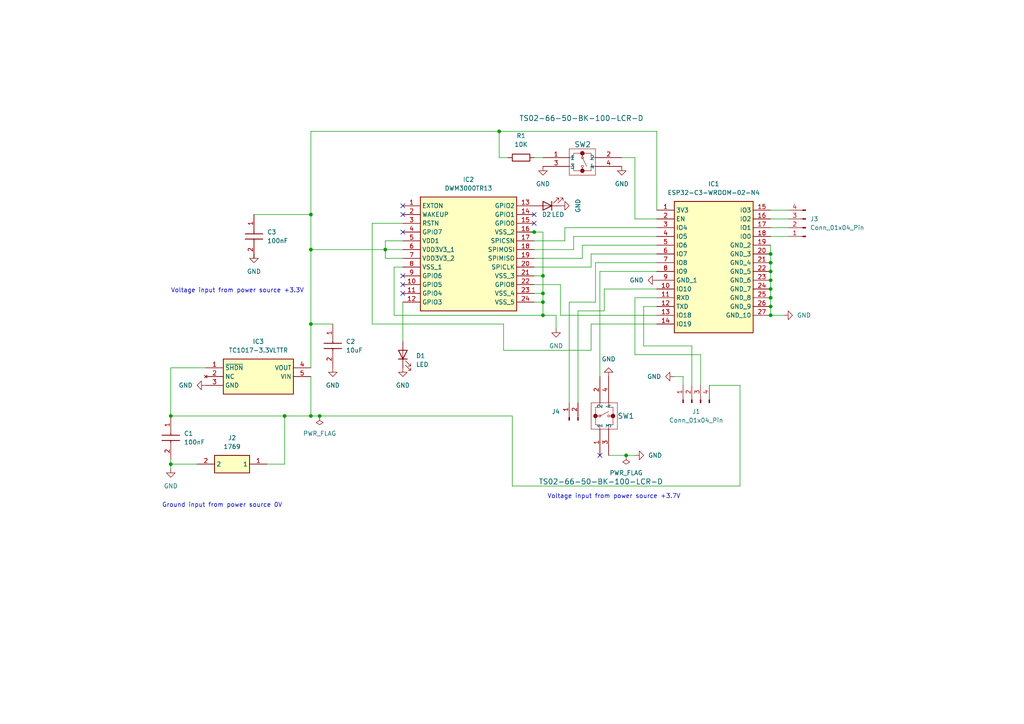
<source format=kicad_sch>
(kicad_sch (version 20230121) (generator eeschema)
  (paper "A4")
  (title_block (title "SDP Team 8 PCB") (date "2025-02-03") (rev "v2") (company "UMass ECE") (comment 1 "Authors: Huy Tran, Jacob Glenn, Brian Tan, Kendrick Ong"))
  (lib_symbols
    (symbol "1769:1769"
      (property "Reference" "J" (at 16.51 7.62 0))
      (property "Value" "1769" (at 16.51 5.08 0))
      (symbol "1769_1_1"
        (rectangle (start 5.08 2.54) (end 15.24 -2.54) (stroke (width 0.254)) (fill (type background)))
        (pin passive line (at 0 0 0) (length 5.08) (name "1") (number "1"))
        (pin passive line (at 20.32 0 180) (length 5.08) (name "2") (number "2"))
      )
    )
    (symbol "6mm_push_button:TS02-66-50-BK-100-LCR-D" (pin_names (offset 0.254))
      (property "Reference" "SW2" (at 13.97 3.81 0))
      (symbol "TS02-66-50-BK-100-LCR-D_0_1"
        (polyline (pts (xy 7.62 -5.08) (xy 15.24 -5.08)) (stroke (width 0.127)))
        (polyline (pts (xy 7.62 -2.54) (xy 8.89 -2.54)) (stroke (width 0.127)))
        (polyline (pts (xy 7.62 0) (xy 8.89 0)) (stroke (width 0.127)))
        (polyline (pts (xy 7.62 2.54) (xy 7.62 -5.08)) (stroke (width 0.127)))
        (polyline (pts (xy 8.89 -3.81) (xy 13.97 -3.81)) (stroke (width 0.127)))
        (polyline (pts (xy 8.89 -2.54) (xy 8.89 -3.81)) (stroke (width 0.127)))
        (polyline (pts (xy 8.89 0) (xy 8.89 1.27)) (stroke (width 0.127)))
        (polyline (pts (xy 8.89 1.27) (xy 13.97 1.27)) (stroke (width 0.127)))
        (polyline (pts (xy 11.43 -2.8448) (xy 11.43 -3.81)) (stroke (width 0.127)))
        (polyline (pts (xy 11.43 0) (xy 12.7 -2.54)) (stroke (width 0.127)))
        (polyline (pts (xy 11.43 0.3175) (xy 11.43 1.27)) (stroke (width 0.127)))
        (polyline (pts (xy 13.97 -3.81) (xy 13.97 -2.54)) (stroke (width 0.127)))
        (polyline (pts (xy 13.97 -2.54) (xy 15.24 -2.54)) (stroke (width 0.127)))
        (polyline (pts (xy 13.97 0) (xy 15.24 0)) (stroke (width 0.127)))
        (polyline (pts (xy 13.97 1.27) (xy 13.97 0)) (stroke (width 0.127)))
        (polyline (pts (xy 15.24 -5.08) (xy 15.24 2.54)) (stroke (width 0.127)))
        (polyline (pts (xy 15.24 2.54) (xy 7.62 2.54)) (stroke (width 0.127)))
        (circle (center 11.43 -3.81) (radius 0.127) (stroke (width 0.508)))
        (circle (center 11.43 -2.54) (radius 0.3048) (stroke (width 0.127)))
        (circle (center 11.43 0) (radius 0.3048) (stroke (width 0.127)))
        (circle (center 11.43 1.27) (radius 0.127) (stroke (width 0.508)))
      )
      (symbol "TS02-66-50-BK-100-LCR-D_1_1"
        (pin passive line (at 0 0 0) (length 7.62) (name "1") (number "1"))
        (pin passive line (at 22.86 0 180) (length 7.62) (name "2") (number "2"))
        (pin power_in line (at 0 -2.54 0) (length 7.62) (name "3") (number "3"))
        (pin power_in line (at 22.86 -2.54 180) (length 7.62) (name "4") (number "4"))
      )
    )
    (symbol "Connector:Conn_01x02_Pin" (pin_names (offset 1.016) hide)
      (property "Reference" "J" (at 0 2.54 0))
      (property "Value" "Conn_01x02_Pin" (at 0 -5.08 0))
      (symbol "Conn_01x02_Pin_1_1"
        (polyline (pts (xy 1.27 -2.54) (xy 0.8636 -2.54)) (stroke (width 0.1524)))
        (polyline (pts (xy 1.27 0) (xy 0.8636 0)) (stroke (width 0.1524)))
        (rectangle (start 0.8636 -2.413) (end 0 -2.667) (stroke (width 0.1524)) (fill (type outline)))
        (rectangle (start 0.8636 0.127) (end 0 -0.127) (stroke (width 0.1524)) (fill (type outline)))
        (pin passive line (at 5.08 0 180) (length 3.81) (name "Pin_1") (number "1"))
        (pin passive line (at 5.08 -2.54 180) (length 3.81) (name "Pin_2") (number "2"))
      )
    )
    (symbol "Connector:Conn_01x04_Pin" (pin_names (offset 1.016) hide)
      (property "Reference" "J" (at 0 5.08 0))
      (property "Value" "Conn_01x04_Pin" (at 0 -7.62 0))
      (symbol "Conn_01x04_Pin_1_1"
        (polyline (pts (xy 1.27 -5.08) (xy 0.8636 -5.08)) (stroke (width 0.1524)))
        (polyline (pts (xy 1.27 -2.54) (xy 0.8636 -2.54)) (stroke (width 0.1524)))
        (polyline (pts (xy 1.27 0) (xy 0.8636 0)) (stroke (width 0.1524)))
        (polyline (pts (xy 1.27 2.54) (xy 0.8636 2.54)) (stroke (width 0.1524)))
        (rectangle (start 0.8636 -4.953) (end 0 -5.207) (stroke (width 0.1524)) (fill (type outline)))
        (rectangle (start 0.8636 -2.413) (end 0 -2.667) (stroke (width 0.1524)) (fill (type outline)))
        (rectangle (start 0.8636 0.127) (end 0 -0.127) (stroke (width 0.1524)) (fill (type outline)))
        (rectangle (start 0.8636 2.667) (end 0 2.413) (stroke (width 0.1524)) (fill (type outline)))
        (pin passive line (at 5.08 2.54 180) (length 3.81) (name "Pin_1") (number "1"))
        (pin passive line (at 5.08 0 180) (length 3.81) (name "Pin_2") (number "2"))
        (pin passive line (at 5.08 -2.54 180) (length 3.81) (name "Pin_3") (number "3"))
        (pin passive line (at 5.08 -5.08 180) (length 3.81) (name "Pin_4") (number "4"))
      )
    )
    (symbol "DWM3000TR13:DWM3000TR13"
      (property "Reference" "IC2" (at 19.05 7.62 0))
      (property "Value" "DWM3000TR13" (at 19.05 5.08 0))
      (symbol "DWM3000TR13_1_1"
        (rectangle (start 5.08 2.54) (end 33.02 -30.48) (stroke (width 0.254)) (fill (type background)))
        (pin passive line (at 0 0 0) (length 5.08) (name "EXTON") (number "1"))
        (pin passive line (at 0 -22.86 0) (length 5.08) (name "GPIO5") (number "10"))
        (pin passive line (at 0 -25.4 0) (length 5.08) (name "GPIO4") (number "11"))
        (pin passive line (at 0 -27.94 0) (length 5.08) (name "GPIO3") (number "12"))
        (pin passive line (at 38.1 0 180) (length 5.08) (name "GPIO2") (number "13"))
        (pin passive line (at 38.1 -2.54 180) (length 5.08) (name "GPIO1") (number "14"))
        (pin passive line (at 38.1 -5.08 180) (length 5.08) (name "GPIO0") (number "15"))
        (pin power_in line (at 38.1 -7.62 180) (length 5.08) (name "VSS_2") (number "16"))
        (pin passive line (at 38.1 -10.16 180) (length 5.08) (name "SPICSN") (number "17"))
        (pin passive line (at 38.1 -12.7 180) (length 5.08) (name "SPIMOSI") (number "18"))
        (pin passive line (at 38.1 -15.24 180) (length 5.08) (name "SPIMISO") (number "19"))
        (pin passive line (at 0 -2.54 0) (length 5.08) (name "WAKEUP") (number "2"))
        (pin passive line (at 38.1 -17.78 180) (length 5.08) (name "SPICLK") (number "20"))
        (pin power_in line (at 38.1 -20.32 180) (length 5.08) (name "VSS_3") (number "21"))
        (pin passive line (at 38.1 -22.86 180) (length 5.08) (name "GPIO8") (number "22"))
        (pin power_in line (at 38.1 -25.4 180) (length 5.08) (name "VSS_4") (number "23"))
        (pin power_in line (at 38.1 -27.94 180) (length 5.08) (name "VSS_5") (number "24"))
        (pin passive line (at 0 -5.08 0) (length 5.08) (name "RSTN") (number "3"))
        (pin passive line (at 0 -7.62 0) (length 5.08) (name "GPIO7") (number "4"))
        (pin passive line (at 0 -10.16 0) (length 5.08) (name "VDD1") (number "5"))
        (pin passive line (at 0 -12.7 0) (length 5.08) (name "VDD3V3_1") (number "6"))
        (pin passive line (at 0 -15.24 0) (length 5.08) (name "VDD3V3_2") (number "7"))
        (pin passive line (at 0 -17.78 0) (length 5.08) (name "VSS_1") (number "8"))
        (pin passive line (at 0 -20.32 0) (length 5.08) (name "GPIO6") (number "9"))
      )
    )
    (symbol "Device:LED" (pin_numbers hide) (pin_names (offset 1.016) hide)
      (property "Reference" "D" (at 0 2.54 0))
      (property "Value" "LED" (at 0 -2.54 0))
      (symbol "LED_0_1"
        (polyline (pts (xy -1.27 -1.27) (xy -1.27 1.27)) (stroke (width 0.254)))
        (polyline (pts (xy -1.27 0) (xy 1.27 0)))
        (polyline (pts (xy 1.27 -1.27) (xy 1.27 1.27) (xy -1.27 0) (xy 1.27 -1.27)) (stroke (width 0.254)))
        (polyline (pts (xy -3.048 -0.762) (xy -4.572 -2.286) (xy -3.81 -2.286) (xy -4.572 -2.286) (xy -4.572 -1.524)))
        (polyline (pts (xy -1.778 -0.762) (xy -3.302 -2.286) (xy -2.54 -2.286) (xy -3.302 -2.286) (xy -3.302 -1.524)))
      )
      (symbol "LED_1_1"
        (pin passive line (at -3.81 0 0) (length 2.54) (name "K") (number "1"))
        (pin passive line (at 3.81 0 180) (length 2.54) (name "A") (number "2"))
      )
    )
    (symbol "Device:R" (pin_numbers hide) (pin_names (offset 0))
      (property "Reference" "R" (at 2.032 0 90))
      (property "Value" "R" (at 0 0 90))
      (symbol "R_0_1"
        (rectangle (start -1.016 -2.54) (end 1.016 2.54) (stroke (width 0.254)))
      )
      (symbol "R_1_1"
        (pin passive line (at 0 3.81 270) (length 1.27) (name "~") (number "1"))
        (pin passive line (at 0 -3.81 90) (length 1.27) (name "~") (number "2"))
      )
    )
    (symbol "ESP32-C3-WROOM-02-N4:ESP32-C3-WROOM-02-N4"
      (property "Reference" "IC" (at 29.21 7.62 0))
      (property "Value" "ESP32-C3-WROOM-02-N4" (at 29.21 5.08 0))
      (symbol "ESP32-C3-WROOM-02-N4_1_1"
        (rectangle (start 5.08 2.54) (end 27.94 -35.56) (stroke (width 0.254)) (fill (type background)))
        (pin passive line (at 0 0 0) (length 5.08) (name "3V3") (number "1"))
        (pin passive line (at 0 -22.86 0) (length 5.08) (name "IO10") (number "10"))
        (pin passive line (at 0 -25.4 0) (length 5.08) (name "RXD") (number "11"))
        (pin passive line (at 0 -27.94 0) (length 5.08) (name "TXD") (number "12"))
        (pin passive line (at 0 -30.48 0) (length 5.08) (name "IO18") (number "13"))
        (pin passive line (at 0 -33.02 0) (length 5.08) (name "IO19") (number "14"))
        (pin passive line (at 33.02 0 180) (length 5.08) (name "IO3") (number "15"))
        (pin passive line (at 33.02 -2.54 180) (length 5.08) (name "IO2") (number "16"))
        (pin passive line (at 33.02 -5.08 180) (length 5.08) (name "IO1") (number "17"))
        (pin passive line (at 33.02 -7.62 180) (length 5.08) (name "IO0") (number "18"))
        (pin passive line (at 33.02 -10.16 180) (length 5.08) (name "GND_2") (number "19"))
        (pin passive line (at 0 -2.54 0) (length 5.08) (name "EN") (number "2"))
        (pin passive line (at 33.02 -12.7 180) (length 5.08) (name "GND_3") (number "20"))
        (pin passive line (at 33.02 -15.24 180) (length 5.08) (name "GND_4") (number "21"))
        (pin passive line (at 33.02 -17.78 180) (length 5.08) (name "GND_5") (number "22"))
        (pin passive line (at 33.02 -20.32 180) (length 5.08) (name "GND_6") (number "23"))
        (pin passive line (at 33.02 -22.86 180) (length 5.08) (name "GND_7") (number "24"))
        (pin passive line (at 33.02 -25.4 180) (length 5.08) (name "GND_8") (number "25"))
        (pin passive line (at 33.02 -27.94 180) (length 5.08) (name "GND_9") (number "26"))
        (pin passive line (at 33.02 -30.48 180) (length 5.08) (name "GND_10") (number "27"))
        (pin passive line (at 0 -5.08 0) (length 5.08) (name "IO4") (number "3"))
        (pin passive line (at 0 -7.62 0) (length 5.08) (name "IO5") (number "4"))
        (pin passive line (at 0 -10.16 0) (length 5.08) (name "IO6") (number "5"))
        (pin passive line (at 0 -12.7 0) (length 5.08) (name "IO7") (number "6"))
        (pin passive line (at 0 -15.24 0) (length 5.08) (name "IO8") (number "7"))
        (pin passive line (at 0 -17.78 0) (length 5.08) (name "IO9") (number "8"))
        (pin passive line (at 0 -20.32 0) (length 5.08) (name "GND_1") (number "9"))
      )
    )
    (symbol "GCM21BD70J106KE02L:GCM21BD70J106KE02L" (pin_names hide)
      (property "Reference" "C" (at 8.89 6.35 0))
      (property "Value" "GCM21BD70J106KE02L" (at 8.89 3.81 0))
      (symbol "GCM21BD70J106KE02L_1_1"
        (polyline (pts (xy 5.08 0) (xy 5.588 0)) (stroke (width 0.254)))
        (polyline (pts (xy 5.588 2.54) (xy 5.588 -2.54)) (stroke (width 0.254)))
        (polyline (pts (xy 7.112 0) (xy 7.62 0)) (stroke (width 0.254)))
        (polyline (pts (xy 7.112 2.54) (xy 7.112 -2.54)) (stroke (width 0.254)))
        (pin passive line (at 0 0 0) (length 5.08) (name "1") (number "1"))
        (pin passive line (at 12.7 0 180) (length 5.08) (name "2") (number "2"))
      )
    )
    (symbol "KAM21BR71H104JT:KAM21BR71H104JT" (pin_names hide)
      (property "Reference" "C" (at 8.89 6.35 0))
      (property "Value" "KAM21BR71H104JT" (at 8.89 3.81 0))
      (symbol "KAM21BR71H104JT_1_1"
        (polyline (pts (xy 5.08 0) (xy 5.588 0)) (stroke (width 0.254)))
        (polyline (pts (xy 5.588 2.54) (xy 5.588 -2.54)) (stroke (width 0.254)))
        (polyline (pts (xy 7.112 0) (xy 7.62 0)) (stroke (width 0.254)))
        (polyline (pts (xy 7.112 2.54) (xy 7.112 -2.54)) (stroke (width 0.254)))
        (pin passive line (at 0 0 0) (length 5.08) (name "1") (number "1"))
        (pin passive line (at 12.7 0 180) (length 5.08) (name "2") (number "2"))
      )
    )
    (symbol "TC1017-3_3VLTTR:TC1017-3.3VLTTR"
      (property "Reference" "IC3" (at 15.24 7.62 0))
      (property "Value" "TC1017-3.3VLTTR" (at 15.24 5.08 0))
      (symbol "TC1017-3.3VLTTR_1_1"
        (rectangle (start 5.08 2.54) (end 25.4 -7.62) (stroke (width 0.254)) (fill (type background)))
        (pin passive line (at 0 0 0) (length 5.08) (name "~{SHDN}") (number "1"))
        (pin no_connect line (at 0 -2.54 0) (length 5.08) (name "NC") (number "2"))
        (pin power_in line (at 0 -5.08 0) (length 5.08) (name "GND") (number "3"))
        (pin power_out line (at 30.48 0 180) (length 5.08) (name "VOUT") (number "4"))
        (pin power_in line (at 30.48 -2.54 180) (length 5.08) (name "VIN") (number "5"))
      )
    )
    (symbol "TS02-66-50-BK-100-LCR-D_1" (pin_names (offset 0.254))
      (symbol "TS02-66-50-BK-100-LCR-D_1_0_1"
        (polyline (pts (xy 7.62 -5.08) (xy 15.24 -5.08)) (stroke (width 0.127)))
        (polyline (pts (xy 7.62 -2.54) (xy 8.89 -2.54)) (stroke (width 0.127)))
        (polyline (pts (xy 7.62 0) (xy 8.89 0)) (stroke (width 0.127)))
        (polyline (pts (xy 7.62 2.54) (xy 7.62 -5.08)) (stroke (width 0.127)))
        (polyline (pts (xy 8.89 -3.81) (xy 13.97 -3.81)) (stroke (width 0.127)))
        (polyline (pts (xy 8.89 -2.54) (xy 8.89 -3.81)) (stroke (width 0.127)))
        (polyline (pts (xy 8.89 0) (xy 8.89 1.27)) (stroke (width 0.127)))
        (polyline (pts (xy 8.89 1.27) (xy 13.97 1.27)) (stroke (width 0.127)))
        (polyline (pts (xy 11.43 -2.8448) (xy 11.43 -3.81)) (stroke (width 0.127)))
        (polyline (pts (xy 11.43 0) (xy 12.7 -2.54)) (stroke (width 0.127)))
        (polyline (pts (xy 11.43 0.3175) (xy 11.43 1.27)) (stroke (width 0.127)))
        (polyline (pts (xy 13.97 -3.81) (xy 13.97 -2.54)) (stroke (width 0.127)))
        (polyline (pts (xy 13.97 -2.54) (xy 15.24 -2.54)) (stroke (width 0.127)))
        (polyline (pts (xy 13.97 0) (xy 15.24 0)) (stroke (width 0.127)))
        (polyline (pts (xy 13.97 1.27) (xy 13.97 0)) (stroke (width 0.127)))
        (polyline (pts (xy 15.24 -5.08) (xy 15.24 2.54)) (stroke (width 0.127)))
        (polyline (pts (xy 15.24 2.54) (xy 7.62 2.54)) (stroke (width 0.127)))
        (circle (center 11.43 -3.81) (radius 0.127) (stroke (width 0.508)))
        (circle (center 11.43 -2.54) (radius 0.3048) (stroke (width 0.127)))
        (circle (center 11.43 0) (radius 0.3048) (stroke (width 0.127)))
        (circle (center 11.43 1.27) (radius 0.127) (stroke (width 0.508)))
      )
      (symbol "TS02-66-50-BK-100-LCR-D_1_1_1"
        (pin input line (at 0 0 0) (length 7.62) (name "1") (number "1"))
        (pin input line (at 22.86 0 180) (length 7.62) (name "2") (number "2"))
        (pin power_in line (at 0 -2.54 0) (length 7.62) (name "3") (number "3"))
        (pin power_in line (at 22.86 -2.54 180) (length 7.62) (name "4") (number "4"))
      )
    )
    (symbol "power:GND" (power) (pin_names (offset 0))
      (property "Value" "GND" (at 0 -3.81 0))
      (symbol "GND_0_1"
        (polyline (pts (xy 0 0) (xy 0 -1.27) (xy 1.27 -1.27) (xy 0 -2.54) (xy -1.27 -1.27) (xy 0 -1.27)))
      )
      (symbol "GND_1_1"
        (pin power_in line (at 0 0 270) (length 0) hide (name "GND") (number "1"))
      )
    )
    (symbol "power:PWR_FLAG" (power) (pin_numbers hide) (pin_names (offset 0) hide)
      (property "Value" "PWR_FLAG" (at 0 3.81 0))
      (symbol "PWR_FLAG_0_0"
        (pin power_out line (at 0 0 90) (length 0) (name "pwr") (number "1"))
      )
      (symbol "PWR_FLAG_0_1"
        (polyline (pts (xy 0 0) (xy 0 1.27) (xy -1.016 1.905) (xy 0 2.54) (xy 1.016 1.905) (xy 0 1.27)))
      )
    )
  )
  (junction (at 82.55 120.65))
  (junction (at 49.53 120.65))
  (junction (at 157.48 85.09))
  (junction (at 111.76 72.39))
  (junction (at 223.52 83.82))
  (junction (at 157.48 91.44))
  (junction (at 49.53 134.62))
  (junction (at 223.52 73.66))
  (junction (at 223.52 88.9))
  (junction (at 90.17 72.39))
  (junction (at 157.48 87.63))
  (junction (at 154.94 67.31))
  (junction (at 223.52 76.2))
  (junction (at 92.71 120.65))
  (junction (at 223.52 81.28))
  (junction (at 90.17 62.23))
  (junction (at 157.48 80.01))
  (junction (at 223.52 91.44))
  (junction (at 223.52 86.36))
  (junction (at 181.61 132.08))
  (junction (at 223.52 78.74))
  (junction (at 144.78 38.1))
  (junction (at 90.17 120.65))
  (junction (at 90.17 93.98))
  (no_connect (at 116.84 62.23))
  (no_connect (at 154.94 62.23))
  (no_connect (at 116.84 67.31))
  (no_connect (at 116.84 82.55))
  (no_connect (at 116.84 59.69))
  (no_connect (at 116.84 85.09))
  (no_connect (at 154.94 64.77))
  (no_connect (at 116.84 80.01))
  (no_connect (at 173.99 132.08))
  (wire (pts (xy 154.94 80.01) (xy 157.48 80.01)))
  (wire (pts (xy 172.72 76.2) (xy 172.72 87.63)))
  (wire (pts (xy 114.3 77.47) (xy 114.3 91.44)))
  (wire (pts (xy 154.94 72.39) (xy 166.37 72.39)))
  (wire (pts (xy 161.29 91.44) (xy 157.48 91.44)))
  (wire (pts (xy 116.84 87.63) (xy 116.84 99.06)))
  (wire (pts (xy 200.66 100.33) (xy 200.66 111.76)))
  (wire (pts (xy 186.69 88.9) (xy 186.69 100.33)))
  (wire (pts (xy 181.61 132.08) (xy 184.15 132.08)))
  (wire (pts (xy 157.48 87.63) (xy 157.48 91.44)))
  (wire (pts (xy 49.53 134.62) (xy 57.15 134.62)))
  (wire (pts (xy 111.76 72.39) (xy 116.84 72.39)))
  (wire (pts (xy 190.5 38.1) (xy 190.5 60.96)))
  (wire (pts (xy 173.99 78.74) (xy 173.99 109.22)))
  (wire (pts (xy 116.84 64.77) (xy 107.95 64.77)))
  (wire (pts (xy 163.83 66.04) (xy 190.5 66.04)))
  (wire (pts (xy 171.45 93.98) (xy 190.5 93.98)))
  (wire (pts (xy 154.94 45.72) (xy 157.48 45.72)))
  (wire (pts (xy 49.53 135.89) (xy 49.53 134.62)))
  (wire (pts (xy 167.64 90.17) (xy 167.64 116.84)))
  (wire (pts (xy 49.53 106.68) (xy 49.53 120.65)))
  (wire (pts (xy 190.5 88.9) (xy 186.69 88.9)))
  (wire (pts (xy 223.52 83.82) (xy 223.52 86.36)))
  (wire (pts (xy 154.94 87.63) (xy 157.48 87.63)))
  (wire (pts (xy 157.48 67.31) (xy 157.48 80.01)))
  (wire (pts (xy 146.05 101.6) (xy 171.45 101.6)))
  (wire (pts (xy 223.52 91.44) (xy 227.33 91.44)))
  (wire (pts (xy 157.48 85.09) (xy 157.48 87.63)))
  (wire (pts (xy 223.52 88.9) (xy 223.52 91.44)))
  (wire (pts (xy 223.52 60.96) (xy 228.6 60.96)))
  (wire (pts (xy 168.91 71.12) (xy 190.5 71.12)))
  (wire (pts (xy 190.5 78.74) (xy 173.99 78.74)))
  (wire (pts (xy 190.5 86.36) (xy 184.15 86.36)))
  (wire (pts (xy 176.53 132.08) (xy 181.61 132.08)))
  (wire (pts (xy 171.45 73.66) (xy 190.5 73.66)))
  (wire (pts (xy 223.52 68.58) (xy 228.6 68.58)))
  (wire (pts (xy 223.52 81.28) (xy 223.52 83.82)))
  (wire (pts (xy 90.17 120.65) (xy 92.71 120.65)))
  (wire (pts (xy 154.94 69.85) (xy 163.83 69.85)))
  (wire (pts (xy 114.3 91.44) (xy 157.48 91.44)))
  (wire (pts (xy 180.34 45.72) (xy 184.15 45.72)))
  (wire (pts (xy 90.17 93.98) (xy 96.52 93.98)))
  (wire (pts (xy 90.17 72.39) (xy 90.17 93.98)))
  (wire (pts (xy 184.15 102.87) (xy 203.2 102.87)))
  (wire (pts (xy 144.78 38.1) (xy 144.78 45.72)))
  (wire (pts (xy 116.84 69.85) (xy 111.76 69.85)))
  (wire (pts (xy 214.63 140.97) (xy 214.63 111.76)))
  (wire (pts (xy 171.45 101.6) (xy 171.45 93.98)))
  (wire (pts (xy 166.37 72.39) (xy 166.37 68.58)))
  (wire (pts (xy 92.71 120.65) (xy 148.59 120.65)))
  (wire (pts (xy 223.52 86.36) (xy 223.52 88.9)))
  (wire (pts (xy 203.2 102.87) (xy 203.2 111.76)))
  (wire (pts (xy 144.78 38.1) (xy 190.5 38.1)))
  (wire (pts (xy 90.17 62.23) (xy 90.17 72.39)))
  (wire (pts (xy 223.52 63.5) (xy 228.6 63.5)))
  (wire (pts (xy 171.45 77.47) (xy 171.45 73.66)))
  (wire (pts (xy 154.94 85.09) (xy 157.48 85.09)))
  (wire (pts (xy 146.05 93.98) (xy 146.05 101.6)))
  (wire (pts (xy 223.52 73.66) (xy 223.52 76.2)))
  (wire (pts (xy 223.52 78.74) (xy 223.52 81.28)))
  (wire (pts (xy 144.78 45.72) (xy 147.32 45.72)))
  (wire (pts (xy 90.17 109.22) (xy 90.17 120.65)))
  (wire (pts (xy 90.17 38.1) (xy 144.78 38.1)))
  (wire (pts (xy 49.53 120.65) (xy 82.55 120.65)))
  (wire (pts (xy 184.15 63.5) (xy 190.5 63.5)))
  (wire (pts (xy 175.26 83.82) (xy 190.5 83.82)))
  (wire (pts (xy 184.15 45.72) (xy 184.15 63.5)))
  (wire (pts (xy 154.94 77.47) (xy 171.45 77.47)))
  (wire (pts (xy 114.3 77.47) (xy 116.84 77.47)))
  (wire (pts (xy 90.17 38.1) (xy 90.17 62.23)))
  (wire (pts (xy 166.37 68.58) (xy 190.5 68.58)))
  (wire (pts (xy 168.91 74.93) (xy 168.91 71.12)))
  (wire (pts (xy 154.94 74.93) (xy 168.91 74.93)))
  (wire (pts (xy 195.58 109.22) (xy 198.12 109.22)))
  (wire (pts (xy 77.47 134.62) (xy 82.55 134.62)))
  (wire (pts (xy 107.95 93.98) (xy 146.05 93.98)))
  (wire (pts (xy 223.52 66.04) (xy 228.6 66.04)))
  (wire (pts (xy 148.59 120.65) (xy 148.59 140.97)))
  (wire (pts (xy 154.94 67.31) (xy 157.48 67.31)))
  (wire (pts (xy 82.55 120.65) (xy 82.55 134.62)))
  (wire (pts (xy 161.29 91.44) (xy 161.29 95.25)))
  (wire (pts (xy 116.84 74.93) (xy 111.76 74.93)))
  (wire (pts (xy 73.66 62.23) (xy 90.17 62.23)))
  (wire (pts (xy 214.63 111.76) (xy 205.74 111.76)))
  (wire (pts (xy 111.76 74.93) (xy 111.76 72.39)))
  (wire (pts (xy 175.26 90.17) (xy 175.26 83.82)))
  (wire (pts (xy 153.67 67.31) (xy 154.94 67.31)))
  (wire (pts (xy 90.17 72.39) (xy 111.76 72.39)))
  (wire (pts (xy 82.55 120.65) (xy 90.17 120.65)))
  (wire (pts (xy 49.53 134.62) (xy 49.53 133.35)))
  (wire (pts (xy 223.52 71.12) (xy 223.52 73.66)))
  (wire (pts (xy 111.76 69.85) (xy 111.76 72.39)))
  (wire (pts (xy 107.95 64.77) (xy 107.95 93.98)))
  (wire (pts (xy 73.66 74.93) (xy 73.66 73.66)))
  (wire (pts (xy 165.1 87.63) (xy 165.1 116.84)))
  (wire (pts (xy 90.17 93.98) (xy 90.17 106.68)))
  (wire (pts (xy 172.72 87.63) (xy 165.1 87.63)))
  (wire (pts (xy 162.56 91.44) (xy 190.5 91.44)))
  (wire (pts (xy 190.5 76.2) (xy 172.72 76.2)))
  (wire (pts (xy 163.83 69.85) (xy 163.83 66.04)))
  (wire (pts (xy 154.94 82.55) (xy 162.56 82.55)))
  (wire (pts (xy 198.12 109.22) (xy 198.12 111.76)))
  (wire (pts (xy 157.48 80.01) (xy 157.48 85.09)))
  (wire (pts (xy 167.64 90.17) (xy 175.26 90.17)))
  (wire (pts (xy 186.69 100.33) (xy 200.66 100.33)))
  (wire (pts (xy 148.59 140.97) (xy 214.63 140.97)))
  (wire (pts (xy 223.52 76.2) (xy 223.52 78.74)))
  (wire (pts (xy 184.15 86.36) (xy 184.15 102.87)))
  (wire (pts (xy 162.56 82.55) (xy 162.56 91.44)))
  (wire (pts (xy 59.69 106.68) (xy 49.53 106.68)))
  (text "Ground input from power source 0V" (at 46.99 147.32 0) (effects (font (size 1.27 1.27)) (justify left bottom)))
  (text "Voltage input from power source +3.7V" (at 158.75 144.78 0) (effects (font (size 1.27 1.27)) (justify left bottom)))
  (text "Voltage input from power source +3.3V" (at 49.53 85.09 0) (effects (font (size 1.27 1.27)) (justify left bottom)))
  (symbol (lib_id "GCM21BD70J106KE02L:GCM21BD70J106KE02L") (at 96.52 93.98 270) (unit 1)
    (property "Reference" "C2" (at 100.33 99.06 90) (effects (justify left)))
    (property "Value" "10uF" (at 100.33 101.6 90) (effects (justify left)))
    (property "Footprint" "10uF_footprint:CAPC2012X140N" (effects hide))
    (property "Datasheet" "https://search.murata.co.jp/Ceramy/image/img/A01X/G101/ENG/GCM21BD70J106KE02-02A.pdf" (effects hide))
    (property "Height" "1.4" (effects hide))
    (property "Mouser Part Number" "81-GCM21BD70J106KE2L" (effects hide))
    (property "Mouser Price/Stock" "https://www.mouser.co.uk/ProductDetail/Murata-Electronics/GCM21BD70J106KE02L?qs=ufv2HEpFn%252BQzwgDiqNzRPg%3D%3D" (effects hide))
    (property "Manufacturer_Name" "Murata Electronics" (effects hide))
    (property "Manufacturer_Part_Number" "GCM21BD70J106KE02L" (effects hide))
  )
  (symbol (lib_id "power:GND") (at 162.56 59.69 90) (unit 1)
    (property "Reference" "#PWR010" (effects hide))
    (property "Value" "GND" (at 167.64 59.69 0))
  )
  (symbol (lib_id "Connector:Conn_01x04_Pin") (at 233.68 66.04 180) (unit 1)
    (property "Reference" "J3" (at 234.95 63.5 0) (effects (justify right)))
    (property "Value" "Conn_01x04_Pin" (at 234.95 66.04 0) (effects (justify right)))
    (property "Footprint" "Connector:FanPinHeader_1x04_P2.54mm_Vertical" (effects hide))
  )
  (symbol (lib_id "DWM3000TR13:DWM3000TR13") (at 116.84 59.69 0) (unit 1)
    (property "Reference" "IC2" (at 135.89 52.07 0))
    (property "Value" "DWM3000TR13" (at 135.89 54.61 0))
    (property "Footprint" "dwm3000_footprint:XCVR_DWM3000TR13" (effects hide))
    (property "Datasheet" "https://www.qorvo.com/products/d/da008334" (effects hide))
    (property "Height" "2.89" (effects hide))
    (property "Mouser Part Number" "772-DWM3000TR13" (effects hide))
    (property "Mouser Price/Stock" "https://www.mouser.co.uk/ProductDetail/Qorvo/DWM3000TR13?qs=hWgE7mdIu5QrWWDEt6OFQw%3D%3D" (effects hide))
    (property "Manufacturer_Name" "Qorvo" (effects hide))
    (property "Manufacturer_Part_Number" "DWM3000TR13" (effects hide))
  )
  (symbol (lib_id "power:GND") (at 116.84 106.68 0) (unit 1)
    (property "Reference" "#PWR02" (effects hide))
    (property "Value" "GND" (at 116.84 111.76 0))
  )
  (symbol (lib_id "power:PWR_FLAG") (at 181.61 132.08 180) (unit 1)
    (property "Reference" "#FLG01" (effects hide))
    (property "Value" "PWR_FLAG" (at 181.61 137.16 0))
  )
  (symbol (lib_id "power:GND") (at 161.29 95.25 0) (unit 1)
    (property "Reference" "#PWR014" (effects hide))
    (property "Value" "GND" (at 161.29 100.33 0))
  )
  (symbol (lib_id "KAM21BR71H104JT:KAM21BR71H104JT") (at 73.66 62.23 270) (unit 1)
    (property "Reference" "C3" (at 77.47 67.31 90) (effects (justify left)))
    (property "Value" "100nF" (at 77.47 69.85 90) (effects (justify left)))
    (property "Footprint" "100nF_footprint:CAPC2012X94N" (effects hide))
    (property "Datasheet" "https://spicat.kyocera-avx.com/product/mlcc/chartview/KAM21BR71H104JT/DataSheet/X7R" (effects hide))
    (property "Height" "0.94" (effects hide))
    (property "Mouser Part Number" "581-KAM21BR71H104JT" (effects hide))
    (property "Mouser Price/Stock" "https://www.mouser.co.uk/ProductDetail/KYOCERA-AVX/KAM21BR71H104JT?qs=Jm2GQyTW%2Fbic6Zk4McEt6w%3D%3D" (effects hide))
    (property "Manufacturer_Name" "Kyocera AVX" (effects hide))
    (property "Manufacturer_Part_Number" "KAM21BR71H104JT" (effects hide))
  )
  (symbol (lib_id "Connector:Conn_01x04_Pin") (at 200.66 116.84 90) (unit 1)
    (property "Reference" "J1" (at 201.93 119.38 90))
    (property "Value" "Conn_01x04_Pin" (at 201.93 121.92 90))
    (property "Footprint" "Connector:FanPinHeader_1x04_P2.54mm_Vertical" (effects hide))
  )
  (symbol (lib_id "KAM21BR71H104JT:KAM21BR71H104JT") (at 49.53 120.65 270) (unit 1)
    (property "Reference" "C1" (at 53.34 125.73 90) (effects (justify left)))
    (property "Value" "100nF" (at 53.34 128.27 90) (effects (justify left)))
    (property "Footprint" "100nF_footprint:CAPC2012X94N" (effects hide))
    (property "Datasheet" "https://spicat.kyocera-avx.com/product/mlcc/chartview/KAM21BR71H104JT/DataSheet/X7R" (effects hide))
    (property "Height" "0.94" (effects hide))
    (property "Mouser Part Number" "581-KAM21BR71H104JT" (effects hide))
    (property "Mouser Price/Stock" "https://www.mouser.co.uk/ProductDetail/KYOCERA-AVX/KAM21BR71H104JT?qs=Jm2GQyTW%2Fbic6Zk4McEt6w%3D%3D" (effects hide))
    (property "Manufacturer_Name" "Kyocera AVX" (effects hide))
    (property "Manufacturer_Part_Number" "KAM21BR71H104JT" (effects hide))
  )
  (symbol (lib_id "ESP32-C3-WROOM-02-N4:ESP32-C3-WROOM-02-N4") (at 190.5 60.96 0) (unit 1)
    (property "Reference" "IC1" (at 207.01 53.34 0))
    (property "Value" "ESP32-C3-WROOM-02-N4" (at 207.01 55.88 0))
    (property "Footprint" "esp_32_c3_footprint:ESP32C3WROOM02N4" (effects hide))
    (property "Datasheet" "https://www.mouser.ch/datasheet/2/891/Espressif_ESP32_C3_WROOM_02-2006871.pdf" (effects hide))
    (property "Height" "3.35" (effects hide))
    (property "Mouser Part Number" "356-ESP32C3WROOM02N4" (effects hide))
    (property "Mouser Price/Stock" "https://www.mouser.co.uk/ProductDetail/Espressif-Systems/ESP32-C3-WROOM-02-N4?qs=stqOd1AaK7%2FqjTZKEOgfUg%3D%3D" (effects hide))
    (property "Manufacturer_Name" "Espressif Systems" (effects hide))
    (property "Manufacturer_Part_Number" "ESP32-C3-WROOM-02-N4" (effects hide))
  )
  (symbol (lib_id "power:PWR_FLAG") (at 92.71 120.65 180) (unit 1)
    (property "Reference" "#FLG02" (effects hide))
    (property "Value" "PWR_FLAG" (at 92.71 125.73 0))
  )
  (symbol (lib_id "1769:1769") (at 77.47 134.62 180) (unit 1)
    (property "Reference" "J2" (at 67.31 127 0))
    (property "Value" "1769" (at 67.31 129.54 0))
    (property "Footprint" "lipo_charger_footprint:1769" (effects hide))
    (property "Datasheet" "https://cdn-shop.adafruit.com/datasheets/17311.pdf" (effects hide))
    (property "Mouser Part Number" "485-1769" (effects hide))
    (property "Mouser Price/Stock" "https://www.mouser.co.uk/ProductDetail/Adafruit/1769?qs=GURawfaeGuBbgoGtf2XstA%3D%3D" (effects hide))
    (property "Manufacturer_Name" "Adafruit" (effects hide))
    (property "Manufacturer_Part_Number" "1769" (effects hide))
  )
  (symbol (lib_id "power:GND") (at 157.48 48.26 0) (unit 1)
    (property "Reference" "#PWR09" (effects hide))
    (property "Value" "GND" (at 157.48 53.34 0))
  )
  (symbol (lib_id "power:GND") (at 176.53 109.22 180) (unit 1)
    (property "Reference" "#PWR07" (effects hide))
    (property "Value" "GND" (at 176.53 104.14 0))
  )
  (symbol (lib_id "Device:R") (at 151.13 45.72 90) (unit 1)
    (property "Reference" "R1" (at 151.13 39.37 90))
    (property "Value" "10K" (at 151.13 41.91 90))
    (property "Footprint" "10k_ohm_footprint:RESC3216X65N" (effects hide))
  )
  (symbol (lib_id "power:GND") (at 180.34 48.26 0) (unit 1)
    (property "Reference" "#PWR012" (effects hide))
    (property "Value" "GND" (at 180.34 53.34 0))
  )
  (symbol (lib_id "power:GND") (at 184.15 132.08 90) (unit 1)
    (property "Reference" "#PWR03" (effects hide))
    (property "Value" "GND" (at 187.96 132.08 90) (effects (justify right)))
  )
  (symbol (lib_id "power:GND") (at 96.52 106.68 0) (unit 1)
    (property "Reference" "#PWR05" (effects hide))
    (property "Value" "GND" (at 96.52 111.76 0))
  )
  (symbol (lib_id "Device:LED") (at 116.84 102.87 90) (unit 1)
    (property "Reference" "D1" (at 120.65 103.1875 90) (effects (justify right)))
    (property "Value" "LED" (at 120.65 105.7275 90) (effects (justify right)))
    (property "Footprint" "led_footprint:QED123A4R0" (effects hide))
  )
  (symbol (lib_name "TS02-66-50-BK-100-LCR-D_1") (lib_id "6mm_push_button:TS02-66-50-BK-100-LCR-D") (at 173.99 132.08 90) (unit 1)
    (property "Reference" "SW1" (at 179.07 120.65 90) (effects (font (size 1.524 1.524)) (justify right)))
    (property "Value" "TS02-66-50-BK-100-LCR-D" (at 156.21 139.7 90) (effects (font (size 1.524 1.524)) (justify right)))
    (property "Footprint" "6mm_push_button_footprint:6mm_push_button_footprint" (effects hide))
    (property "Datasheet" "TS02-66-50-BK-100-LCR-D" (effects hide))
  )
  (symbol (lib_id "power:GND") (at 49.53 135.89 0) (unit 1)
    (property "Reference" "#PWR04" (effects hide))
    (property "Value" "GND" (at 49.53 140.97 0))
  )
  (symbol (lib_id "power:GND") (at 227.33 91.44 90) (unit 1)
    (property "Reference" "#PWR08" (effects hide))
    (property "Value" "GND" (at 231.14 91.44 90) (effects (justify right)))
  )
  (symbol (lib_id "Device:LED") (at 158.75 59.69 180) (unit 1)
    (property "Reference" "D2" (at 157.1625 62.23 0) (effects (justify right)))
    (property "Value" "LED" (at 160.02 62.23 0) (effects (justify right)))
    (property "Footprint" "led_footprint:QED123A4R0" (effects hide))
  )
  (symbol (lib_id "power:GND") (at 73.66 73.66 0) (unit 1)
    (property "Reference" "#PWR01" (effects hide))
    (property "Value" "GND" (at 73.66 78.74 0))
  )
  (symbol (lib_id "Connector:Conn_01x02_Pin") (at 165.1 121.92 90) (unit 1)
    (property "Reference" "J4" (at 160.02 119.38 90) (effects (justify right)))
    (property "Value" "Conn_01x02_Pin" (effects hide))
    (property "Footprint" "Connector_PinHeader_2.54mm:PinHeader_1x02_P2.54mm_Vertical" (effects hide))
  )
  (symbol (lib_id "power:GND") (at 190.5 81.28 270) (unit 1)
    (property "Reference" "#PWR06" (effects hide))
    (property "Value" "GND" (at 186.69 81.28 90) (effects (justify right)))
  )
  (symbol (lib_id "6mm_push_button:TS02-66-50-BK-100-LCR-D") (at 157.48 45.72 0) (unit 1)
    (property "Reference" "SW2" (at 171.45 41.91 0) (effects (font (size 1.524 1.524)) (justify right)))
    (property "Value" "TS02-66-50-BK-100-LCR-D" (at 186.69 34.29 0) (effects (font (size 1.524 1.524)) (justify right)))
    (property "Footprint" "6mm_push_button_footprint:6mm_push_button_footprint" (effects hide))
    (property "Datasheet" "TS02-66-50-BK-100-LCR-D" (effects hide))
  )
  (symbol (lib_id "TC1017-3_3VLTTR:TC1017-3.3VLTTR") (at 59.69 106.68 0) (unit 1)
    (property "Reference" "IC3" (at 74.93 99.06 0))
    (property "Value" "TC1017-3.3VLTTR" (at 74.93 101.6 0))
    (property "Footprint" "footprint:SOT65P210X110-5N" (effects hide))
    (property "Datasheet" "https://componentsearchengine.com/Datasheets/2/TC1017-3.3VLTTR.pdf" (effects hide))
    (property "Height" "1.1" (effects hide))
    (property "Mouser Part Number" "579-TC1017-3.3VLTTR" (effects hide))
    (property "Mouser Price/Stock" "https://www.mouser.co.uk/ProductDetail/Microchip-Technology/TC1017-3.3VLTTR?qs=rh436G1KrYwDLpcrwwJPXg%3D%3D" (effects hide))
    (property "Manufacturer_Name" "Microchip" (effects hide))
    (property "Manufacturer_Part_Number" "TC1017-3.3VLTTR" (effects hide))
  )
  (symbol (lib_id "power:GND") (at 59.69 111.76 270) (unit 1)
    (property "Reference" "#PWR013" (effects hide))
    (property "Value" "GND" (at 55.88 111.76 90) (effects (justify right)))
  )
  (symbol (lib_id "power:GND") (at 195.58 109.22 270) (unit 1)
    (property "Reference" "#PWR011" (effects hide))
    (property "Value" "GND" (at 191.77 109.22 90) (effects (justify right)))
  )
)
</source>
